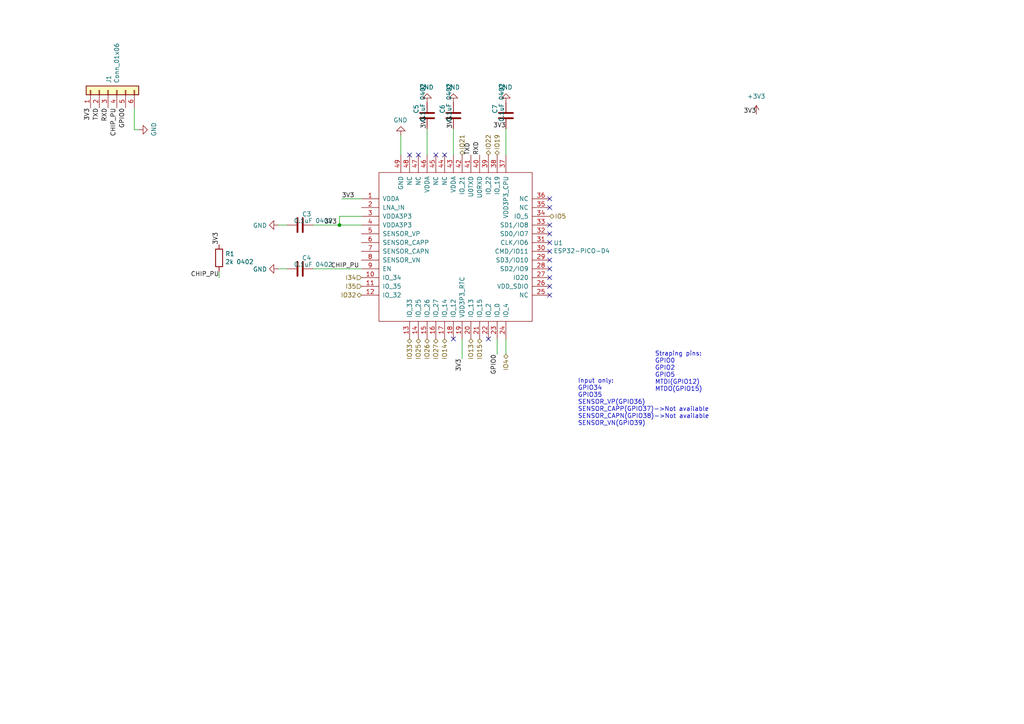
<source format=kicad_sch>
(kicad_sch (version 20211123) (generator eeschema)
  (paper "A4")
  (lib_symbols
    (symbol "Connector_Generic:Conn_01x06" (pin_names (offset 1.016) hide)
      (property "Reference" "J" (at 0 7.62 0))
      (property "Value" "Conn_01x06" (at 0 -10.16 0))
      (symbol "Conn_01x06_1_1"
        (rectangle (start -1.27 -7.493) (end 0 -7.747) (stroke (width 0.1524)))
        (rectangle (start -1.27 -4.953) (end 0 -5.207) (stroke (width 0.1524)))
        (rectangle (start -1.27 -2.413) (end 0 -2.667) (stroke (width 0.1524)))
        (rectangle (start -1.27 0.127) (end 0 -0.127) (stroke (width 0.1524)))
        (rectangle (start -1.27 2.667) (end 0 2.413) (stroke (width 0.1524)))
        (rectangle (start -1.27 5.207) (end 0 4.953) (stroke (width 0.1524)))
        (rectangle (start -1.27 6.35) (end 1.27 -8.89) (stroke (width 0.254)) (fill (type background)))
        (pin passive line (at -5.08 5.08 0) (length 3.81) (name "Pin_1") (number "1"))
        (pin passive line (at -5.08 2.54 0) (length 3.81) (name "Pin_2") (number "2"))
        (pin passive line (at -5.08 0 0) (length 3.81) (name "Pin_3") (number "3"))
        (pin passive line (at -5.08 -2.54 0) (length 3.81) (name "Pin_4") (number "4"))
        (pin passive line (at -5.08 -5.08 0) (length 3.81) (name "Pin_5") (number "5"))
        (pin passive line (at -5.08 -7.62 0) (length 3.81) (name "Pin_6") (number "6"))
      )
    )
    (symbol "Device:C" (pin_numbers hide) (pin_names (offset 0.254))
      (property "Reference" "C" (at 0.635 2.54 0))
      (property "Value" "C" (at 0.635 -2.54 0))
      (symbol "C_0_1"
        (polyline (pts (xy -2.032 -0.762) (xy 2.032 -0.762)) (stroke (width 0.508)))
        (polyline (pts (xy -2.032 0.762) (xy 2.032 0.762)) (stroke (width 0.508)))
      )
      (symbol "C_1_1"
        (pin passive line (at 0 3.81 270) (length 2.794) (name "~") (number "1"))
        (pin passive line (at 0 -3.81 90) (length 2.794) (name "~") (number "2"))
      )
    )
    (symbol "Device:R" (pin_numbers hide) (pin_names (offset 0))
      (property "Reference" "R" (at 2.032 0 90))
      (property "Value" "R" (at 0 0 90))
      (symbol "R_0_1"
        (rectangle (start -1.016 -2.54) (end 1.016 2.54) (stroke (width 0.254)))
      )
      (symbol "R_1_1"
        (pin passive line (at 0 3.81 270) (length 1.27) (name "~") (number "1"))
        (pin passive line (at 0 -3.81 90) (length 1.27) (name "~") (number "2"))
      )
    )
    (symbol "ZembiaNew:ESP32-PICO-V3" (pin_names (offset 1.016))
      (property "Reference" "U1" (at 30.3276 49.4284 0))
      (property "Value" "ESP32-PICO-V3" (at 30.3276 47.117 0))
      (symbol "ESP32-PICO-V3_0_1"
        (rectangle (start 24.13 69.85) (end -20.32 26.67))
      )
      (symbol "ESP32-PICO-V3_1_1"
        (pin input line (at -25.4 62.23 0) (length 5.08) (name "VDDA") (number "1"))
        (pin input line (at -25.4 39.37 0) (length 5.08) (name "IO_34") (number "10"))
        (pin input line (at -25.4 36.83 0) (length 5.08) (name "IO_35") (number "11"))
        (pin input line (at -25.4 34.29 0) (length 5.08) (name "IO_32") (number "12"))
        (pin input line (at -11.43 21.59 90) (length 5.08) (name "IO_33") (number "13"))
        (pin input line (at -8.89 21.59 90) (length 5.08) (name "IO_25") (number "14"))
        (pin input line (at -6.35 21.59 90) (length 5.08) (name "IO_26") (number "15"))
        (pin input line (at -3.81 21.59 90) (length 5.08) (name "IO_27") (number "16"))
        (pin input line (at -1.27 21.59 90) (length 5.08) (name "IO_14") (number "17"))
        (pin input line (at 1.27 21.59 90) (length 5.08) (name "IO_12") (number "18"))
        (pin input line (at 3.81 21.59 90) (length 5.08) (name "VDD3P3_RTC") (number "19"))
        (pin input line (at -25.4 59.69 0) (length 5.08) (name "LNA_IN") (number "2"))
        (pin input line (at 6.35 21.59 90) (length 5.08) (name "IO_13") (number "20"))
        (pin input line (at 8.89 21.59 90) (length 5.08) (name "IO_15") (number "21"))
        (pin input line (at 11.43 21.59 90) (length 5.08) (name "IO_2") (number "22"))
        (pin input line (at 13.97 21.59 90) (length 5.08) (name "IO_0") (number "23"))
        (pin input line (at 16.51 21.59 90) (length 5.08) (name "IO_4") (number "24"))
        (pin input line (at 29.21 34.29 180) (length 5.08) (name "NC") (number "25"))
        (pin input line (at 29.21 36.83 180) (length 5.08) (name "VDD_SDIO") (number "26"))
        (pin input line (at 29.21 39.37 180) (length 5.08) (name "IO20") (number "27"))
        (pin input line (at 29.21 41.91 180) (length 5.08) (name "SD2/IO9") (number "28"))
        (pin input line (at 29.21 44.45 180) (length 5.08) (name "SD3/IO10") (number "29"))
        (pin input line (at -25.4 57.15 0) (length 5.08) (name "VDDA3P3") (number "3"))
        (pin input line (at 29.21 46.99 180) (length 5.08) (name "CMD/IO11") (number "30"))
        (pin input line (at 29.21 49.53 180) (length 5.08) (name "CLK/IO6") (number "31"))
        (pin input line (at 29.21 52.07 180) (length 5.08) (name "SD0/IO7") (number "32"))
        (pin input line (at 29.21 54.61 180) (length 5.08) (name "SD1/IO8") (number "33"))
        (pin input line (at 29.21 57.15 180) (length 5.08) (name "IO_5") (number "34"))
        (pin input line (at 29.21 59.69 180) (length 5.08) (name "NC") (number "35"))
        (pin input line (at 29.21 62.23 180) (length 5.08) (name "NC") (number "36"))
        (pin input line (at 16.51 74.93 270) (length 5.08) (name "VDD3P3_CPU") (number "37"))
        (pin input line (at 13.97 74.93 270) (length 5.08) (name "IO_19") (number "38"))
        (pin input line (at 11.43 74.93 270) (length 5.08) (name "IO_22") (number "39"))
        (pin input line (at -25.4 54.61 0) (length 5.08) (name "VDDA3P3") (number "4"))
        (pin input line (at 8.89 74.93 270) (length 5.08) (name "U0RXD") (number "40"))
        (pin input line (at 6.35 74.93 270) (length 5.08) (name "U0TXD") (number "41"))
        (pin input line (at 3.81 74.93 270) (length 5.08) (name "IO_21") (number "42"))
        (pin input line (at 1.27 74.93 270) (length 5.08) (name "VDDA") (number "43"))
        (pin input line (at -1.27 74.93 270) (length 5.08) (name "NC") (number "44"))
        (pin input line (at -3.81 74.93 270) (length 5.08) (name "NC") (number "45"))
        (pin input line (at -6.35 74.93 270) (length 5.08) (name "VDDA") (number "46"))
        (pin input line (at -8.89 74.93 270) (length 5.08) (name "NC") (number "47"))
        (pin input line (at -11.43 74.93 270) (length 5.08) (name "NC") (number "48"))
        (pin input line (at -13.97 74.93 270) (length 5.08) (name "GND") (number "49"))
        (pin input line (at -25.4 52.07 0) (length 5.08) (name "SENSOR_VP") (number "5"))
        (pin input line (at -25.4 49.53 0) (length 5.08) (name "SENSOR_CAPP") (number "6"))
        (pin input line (at -25.4 46.99 0) (length 5.08) (name "SENSOR_CAPN") (number "7"))
        (pin input line (at -25.4 44.45 0) (length 5.08) (name "SENSOR_VN") (number "8"))
        (pin input line (at -25.4 41.91 0) (length 5.08) (name "EN") (number "9"))
      )
    )
    (symbol "power:+3V3" (power) (pin_names (offset 0))
      (property "Value" "+3V3" (at 0 3.556 0))
      (symbol "+3V3_0_1"
        (polyline (pts (xy -0.762 1.27) (xy 0 2.54)))
        (polyline (pts (xy 0 0) (xy 0 2.54)))
        (polyline (pts (xy 0 2.54) (xy 0.762 1.27)))
      )
      (symbol "+3V3_1_1"
        (pin power_in line (at 0 0 90) (length 0) hide (name "+3V3") (number "1"))
      )
    )
    (symbol "power:GND" (power) (pin_names (offset 0))
      (property "Value" "GND" (at 0 -3.81 0))
      (symbol "GND_0_1"
        (polyline (pts (xy 0 0) (xy 0 -1.27) (xy 1.27 -1.27) (xy 0 -2.54) (xy -1.27 -1.27) (xy 0 -1.27)))
      )
      (symbol "GND_1_1"
        (pin power_in line (at 0 0 270) (length 0) hide (name "GND") (number "1"))
      )
    )
  )
  (junction (at 98.4758 65.278))
  (no_connect (at 159.4358 57.658))
  (no_connect (at 159.4358 77.978))
  (no_connect (at 159.4358 75.438))
  (no_connect (at 159.4358 60.198))
  (no_connect (at 159.4358 72.898))
  (no_connect (at 131.4958 98.298))
  (no_connect (at 141.6558 98.298))
  (no_connect (at 159.4358 65.278))
  (no_connect (at 159.4358 80.518))
  (no_connect (at 159.4358 83.058))
  (no_connect (at 126.4158 44.958))
  (no_connect (at 121.3358 44.958))
  (no_connect (at 159.4358 67.818))
  (no_connect (at 159.4358 70.358))
  (no_connect (at 128.9558 44.958))
  (no_connect (at 159.4358 85.598))
  (no_connect (at 118.7958 44.958))
  (wire (pts (xy 146.7358 98.298) (xy 146.7358 102.743)))
  (wire (pts (xy 104.8258 65.278) (xy 98.4758 65.278)))
  (wire (pts (xy 83.2358 77.978) (xy 80.6958 77.978)))
  (wire (pts (xy 63.5508 80.518) (xy 63.5508 78.613)))
  (wire (pts (xy 116.2558 39.243) (xy 116.2558 44.958)))
  (wire (pts (xy 98.4758 62.738) (xy 98.4758 65.278)))
  (wire (pts (xy 38.9636 37.6428) (xy 40.2336 37.6428)))
  (wire (pts (xy 98.4758 65.278) (xy 90.8558 65.278)))
  (wire (pts (xy 38.9636 31.2928) (xy 38.9636 37.6428)))
  (wire (pts (xy 99.1108 57.658) (xy 104.8258 57.658)))
  (wire (pts (xy 144.1958 98.298) (xy 144.1958 102.743)))
  (wire (pts (xy 123.8758 44.958) (xy 123.8758 37.338)))
  (wire (pts (xy 83.2358 65.278) (xy 80.6958 65.278)))
  (wire (pts (xy 146.7358 37.338) (xy 146.7358 44.958)))
  (wire (pts (xy 104.8258 62.738) (xy 98.4758 62.738)))
  (wire (pts (xy 131.4958 44.958) (xy 131.4958 37.338)))
  (wire (pts (xy 134.0358 104.013) (xy 134.0358 98.298)))
  (wire (pts (xy 90.8558 77.978) (xy 104.8258 77.978)))
  (text "Straping pins:\nGPIO0\nGPIO2\nGPIO5\nMTDI(GPIO12)\nMTDO(GPIO15)\n" (at 189.9412 113.6904 0) (effects (font (size 1.27 1.27)) (justify left bottom)))
  (text "Input only:\nGPIO34\nGPIO35\nSENSOR_VP(GPIO36)\nSENSOR_CAPP(GPIO37)->Not available\nSENSOR_CAPN(GPIO38)->Not available\nSENSOR_VN(GPIO39)\n" (at 167.5892 123.5964 0) (effects (font (size 1.27 1.27)) (justify left bottom)))
  (label "TXD" (at 136.5758 44.958 90))
  (label "GPIO0" (at 36.4236 31.2928 270))
  (label "3V3" (at 26.2636 31.2928 270))
  (label "3V3" (at 131.4958 37.338 90))
  (label "CHIP_PU" (at 33.8836 31.2928 270))
  (label "GPIO0" (at 144.1958 102.743 270))
  (label "3V3" (at 146.7358 37.338 180))
  (label "3V3" (at 94.0308 65.278 0))
  (label "CHIP_PU" (at 63.5508 80.518 180))
  (label "RXD" (at 139.1158 44.958 90))
  (label "3V3" (at 99.1108 57.658 0))
  (label "3V3" (at 134.0358 104.013 270))
  (label "3V3" (at 219.3544 33.1216 180))
  (label "3V3" (at 123.8758 37.338 90))
  (label "CHIP_PU" (at 95.9358 77.978 0))
  (label "TXD" (at 28.8036 31.2928 270))
  (label "RXD" (at 31.3436 31.2928 270))
  (label "3V3" (at 63.5508 70.993 90))
  (hierarchical_label "IO33" (shape bidirectional) (at 118.7958 98.298 270))
  (hierarchical_label "IO25" (shape bidirectional) (at 121.3358 98.298 270))
  (hierarchical_label "IO15" (shape bidirectional) (at 139.1158 98.298 270))
  (hierarchical_label "IO19" (shape bidirectional) (at 144.1958 44.958 90))
  (hierarchical_label "IO27" (shape bidirectional) (at 126.4158 98.298 270))
  (hierarchical_label "IO13" (shape bidirectional) (at 136.5758 98.298 270))
  (hierarchical_label "I34" (shape input) (at 104.8258 80.518 180))
  (hierarchical_label "IO5" (shape bidirectional) (at 159.4358 62.738 0))
  (hierarchical_label "IO14" (shape bidirectional) (at 128.9558 98.298 270))
  (hierarchical_label "IO21" (shape bidirectional) (at 134.0358 44.958 90))
  (hierarchical_label "I35" (shape input) (at 104.8258 83.058 180))
  (hierarchical_label "IO32" (shape bidirectional) (at 104.8258 85.598 180))
  (hierarchical_label "IO4" (shape bidirectional) (at 146.7358 102.743 270))
  (hierarchical_label "IO26" (shape bidirectional) (at 123.8758 98.298 270))
  (hierarchical_label "IO22" (shape bidirectional) (at 141.6558 44.958 90))
  (symbol (lib_id "power:GND") (at 80.6958 65.278 270) (unit 1)
    (property "Reference" "#PWR0110" (effects hide))
    (property "Value" "GND" (at 77.4446 65.405 90) (effects (justify right)))
  )
  (symbol (lib_id "Device:R") (at 63.5508 74.803 0) (unit 1)
    (property "Reference" "R1" (at 65.3288 73.6346 0) (effects (justify left)))
    (property "Value" "2k 0402" (at 65.3288 75.946 0) (effects (justify left)))
    (property "Footprint" "Resistor_SMD:R_0402_1005Metric" (effects hide))
    (property "MPN" "CR0402-JW-202GLF" (effects hide))
  )
  (symbol (lib_id "ZembiaNew:ESP32-PICO-V3") (at 130.2258 119.888 0) (unit 1)
    (property "Reference" "U1" (at 160.5534 70.4596 0) (effects (justify left)))
    (property "Value" "ESP32-PICO-D4" (at 160.5534 72.771 0) (effects (justify left)))
    (property "Footprint" "zembia-footprints:ESP32-PICO-D4-QFN48" (effects hide))
    (property "MPN" "ESP32-PICO-D4" (effects hide))
  )
  (symbol (lib_id "Device:C") (at 146.7358 33.528 180) (unit 1)
    (property "Reference" "C7" (at 143.5608 31.623 90))
    (property "Value" "0.1uF 0402" (at 145.4658 29.718 90))
    (property "Footprint" "Capacitor_SMD:C_0402_1005Metric" (effects hide))
    (property "MPN" "CL05F104ZO5NNND" (effects hide))
  )
  (symbol (lib_id "Device:C") (at 123.8758 33.528 180) (unit 1)
    (property "Reference" "C5" (at 120.7008 31.623 90))
    (property "Value" "0.1uF 0402" (at 122.6058 29.718 90))
    (property "Footprint" "Capacitor_SMD:C_0402_1005Metric" (effects hide))
    (property "MPN" "CL05F104ZO5NNND" (effects hide))
  )
  (symbol (lib_id "power:GND") (at 131.4958 29.718 180) (unit 1)
    (property "Reference" "#PWR0107" (effects hide))
    (property "Value" "GND" (at 131.3688 25.3238 0))
  )
  (symbol (lib_id "power:GND") (at 40.2336 37.6428 90) (unit 1)
    (property "Reference" "#PWR0113" (effects hide))
    (property "Value" "GND" (at 44.6278 37.5158 0))
  )
  (symbol (lib_id "power:GND") (at 123.8758 29.718 180) (unit 1)
    (property "Reference" "#PWR0105" (effects hide))
    (property "Value" "GND" (at 123.7488 25.3238 0))
  )
  (symbol (lib_id "Connector_Generic:Conn_01x06") (at 31.3436 26.2128 90) (unit 1)
    (property "Reference" "J1" (at 31.5468 24.1808 0) (effects (justify left)))
    (property "Value" "Conn_01x06" (at 33.8582 24.1808 0) (effects (justify left)))
    (property "Footprint" "Connector_JST:JST_PH_B6B-PH-K_1x06_P2.00mm_Vertical" (effects hide))
    (property "MPN" "440054-6" (effects hide))
  )
  (symbol (lib_id "power:GND") (at 80.6958 77.978 270) (unit 1)
    (property "Reference" "#PWR0109" (effects hide))
    (property "Value" "GND" (at 77.4446 78.105 90) (effects (justify right)))
  )
  (symbol (lib_id "Device:C") (at 87.0458 77.978 90) (unit 1)
    (property "Reference" "C4" (at 88.9508 74.803 90))
    (property "Value" "0.1uF 0402" (at 90.8558 76.708 90))
    (property "Footprint" "Capacitor_SMD:C_0402_1005Metric" (effects hide))
    (property "MPN" "CL05F104ZO5NNND" (effects hide))
  )
  (symbol (lib_id "Device:C") (at 131.4958 33.528 180) (unit 1)
    (property "Reference" "C6" (at 128.3208 31.623 90))
    (property "Value" "0.1uF 0402" (at 130.2258 29.718 90))
    (property "Footprint" "Capacitor_SMD:C_0402_1005Metric" (effects hide))
    (property "MPN" "CL05F104ZO5NNND" (effects hide))
  )
  (symbol (lib_id "power:+3V3") (at 219.3544 33.1216 0) (unit 1)
    (property "Reference" "#PWR0181" (effects hide))
    (property "Value" "+3V3" (at 219.3544 27.94 0))
  )
  (symbol (lib_id "power:GND") (at 116.2558 39.243 180) (unit 1)
    (property "Reference" "#PWR0106" (effects hide))
    (property "Value" "GND" (at 116.1288 34.8488 0))
  )
  (symbol (lib_id "power:GND") (at 146.7358 29.718 180) (unit 1)
    (property "Reference" "#PWR0108" (effects hide))
    (property "Value" "GND" (at 146.6088 25.3238 0))
  )
  (symbol (lib_id "Device:C") (at 87.0458 65.278 90) (unit 1)
    (property "Reference" "C3" (at 88.9508 62.103 90))
    (property "Value" "0.1uF 0402" (at 90.8558 64.008 90))
    (property "Footprint" "Capacitor_SMD:C_0402_1005Metric" (effects hide))
    (property "MPN" "CL05F104ZO5NNND" (effects hide))
  )
)
</source>
